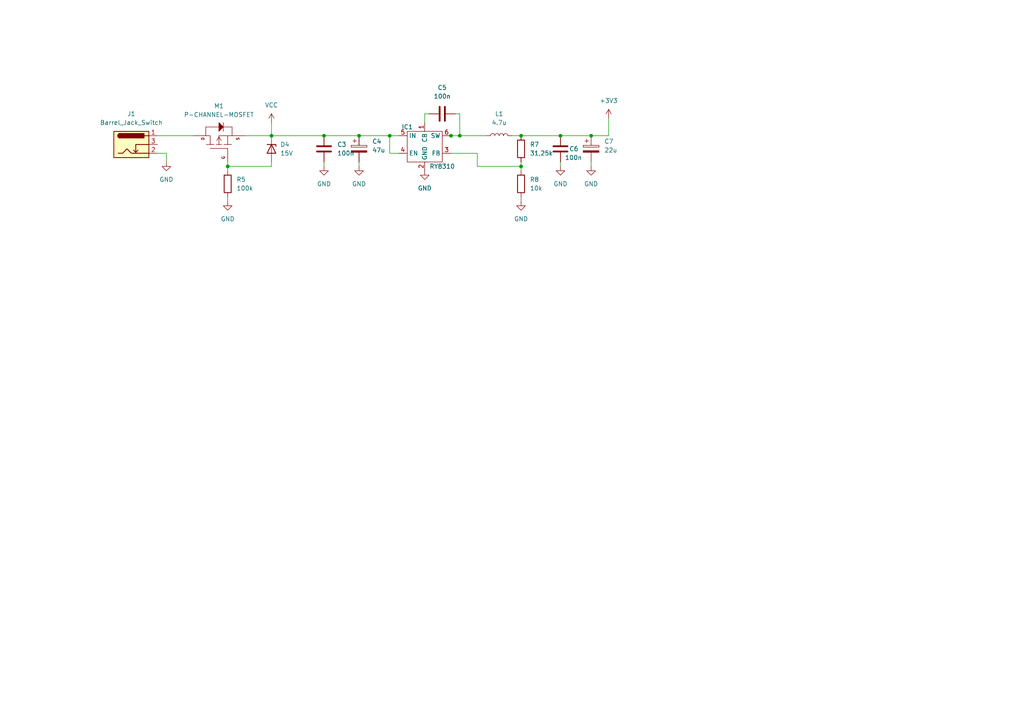
<source format=kicad_sch>
(kicad_sch (version 20231120) (generator "eeschema") (generator_version "8.0")
  (paper "A4")
  (lib_symbols
    (symbol "Connector:Barrel_Jack_Switch" (pin_names hide)
      (property "Reference" "J" (at 0 5.334 0))
      (property "Value" "Barrel_Jack_Switch" (at 0 -5.08 0))
      (symbol "Barrel_Jack_Switch_0_1"
        (rectangle (start -5.08 3.81) (end 5.08 -3.81) (stroke (width 0.254)) (fill (type background)))
        (arc (start -3.302 3.175) (mid -3.9342 2.54) (end -3.302 1.905) (stroke (width 0.254)))
        (arc (start -3.302 3.175) (mid -3.9342 2.54) (end -3.302 1.905) (stroke (width 0.254)) (fill (type outline)))
        (polyline (pts (xy 1.27 -2.286) (xy 1.905 -1.651)) (stroke (width 0.254)))
        (polyline (pts (xy 5.08 2.54) (xy 3.81 2.54)) (stroke (width 0.254)))
        (polyline (pts (xy 5.08 0) (xy 1.27 0) (xy 1.27 -2.286) (xy 0.635 -1.651)) (stroke (width 0.254)))
        (polyline (pts (xy -3.81 -2.54) (xy -2.54 -2.54) (xy -1.27 -1.27) (xy 0 -2.54) (xy 2.54 -2.54) (xy 5.08 -2.54)) (stroke (width 0.254)))
        (rectangle (start 3.683 3.175) (end -3.302 1.905) (stroke (width 0.254)) (fill (type outline)))
      )
      (symbol "Barrel_Jack_Switch_1_1"
        (pin passive line (at 7.62 2.54 180) (length 2.54) (name "~") (number "1"))
        (pin passive line (at 7.62 -2.54 180) (length 2.54) (name "~") (number "2"))
        (pin passive line (at 7.62 0 180) (length 2.54) (name "~") (number "3"))
      )
    )
    (symbol "Device:C" (pin_numbers hide) (pin_names (offset 0.254))
      (property "Reference" "C" (at 0.635 2.54 0))
      (property "Value" "C" (at 0.635 -2.54 0))
      (symbol "C_0_1"
        (polyline (pts (xy -2.032 -0.762) (xy 2.032 -0.762)) (stroke (width 0.508)))
        (polyline (pts (xy -2.032 0.762) (xy 2.032 0.762)) (stroke (width 0.508)))
      )
      (symbol "C_1_1"
        (pin passive line (at 0 3.81 270) (length 2.794) (name "~") (number "1"))
        (pin passive line (at 0 -3.81 90) (length 2.794) (name "~") (number "2"))
      )
    )
    (symbol "Device:C_Polarized" (pin_numbers hide) (pin_names (offset 0.254))
      (property "Reference" "C" (at 0.635 2.54 0))
      (property "Value" "C_Polarized" (at 0.635 -2.54 0))
      (symbol "C_Polarized_0_1"
        (rectangle (start -2.286 0.508) (end 2.286 1.016))
        (polyline (pts (xy -1.778 2.286) (xy -0.762 2.286)))
        (polyline (pts (xy -1.27 2.794) (xy -1.27 1.778)))
        (rectangle (start 2.286 -0.508) (end -2.286 -1.016) (fill (type outline)))
      )
      (symbol "C_Polarized_1_1"
        (pin passive line (at 0 3.81 270) (length 2.794) (name "~") (number "1"))
        (pin passive line (at 0 -3.81 90) (length 2.794) (name "~") (number "2"))
      )
    )
    (symbol "Device:D_Zener" (pin_numbers hide) (pin_names (offset 1.016) hide)
      (property "Reference" "D" (at 0 2.54 0))
      (property "Value" "D_Zener" (at 0 -2.54 0))
      (symbol "D_Zener_0_1"
        (polyline (pts (xy 1.27 0) (xy -1.27 0)))
        (polyline (pts (xy -1.27 -1.27) (xy -1.27 1.27) (xy -0.762 1.27)) (stroke (width 0.254)))
        (polyline (pts (xy 1.27 -1.27) (xy 1.27 1.27) (xy -1.27 0) (xy 1.27 -1.27)) (stroke (width 0.254)))
      )
      (symbol "D_Zener_1_1"
        (pin passive line (at -3.81 0 0) (length 2.54) (name "K") (number "1"))
        (pin passive line (at 3.81 0 180) (length 2.54) (name "A") (number "2"))
      )
    )
    (symbol "Device:L" (pin_numbers hide) (pin_names (offset 1.016) hide)
      (property "Reference" "L" (at -1.27 0 90))
      (property "Value" "L" (at 1.905 0 90))
      (symbol "L_0_1"
        (arc (start 0 -2.54) (mid 0.6323 -1.905) (end 0 -1.27))
        (arc (start 0 -1.27) (mid 0.6323 -0.635) (end 0 0))
        (arc (start 0 0) (mid 0.6323 0.635) (end 0 1.27))
        (arc (start 0 1.27) (mid 0.6323 1.905) (end 0 2.54))
      )
      (symbol "L_1_1"
        (pin passive line (at 0 3.81 270) (length 1.27) (name "1") (number "1"))
        (pin passive line (at 0 -3.81 90) (length 1.27) (name "2") (number "2"))
      )
    )
    (symbol "Device:R" (pin_numbers hide) (pin_names (offset 0))
      (property "Reference" "R" (at 2.032 0 90))
      (property "Value" "R" (at 0 0 90))
      (symbol "R_0_1"
        (rectangle (start -1.016 -2.54) (end 1.016 2.54) (stroke (width 0.254)))
      )
      (symbol "R_1_1"
        (pin passive line (at 0 3.81 270) (length 1.27) (name "~") (number "1"))
        (pin passive line (at 0 -3.81 90) (length 1.27) (name "~") (number "2"))
      )
    )
    (symbol "Techbeard:P-CHANNEL-MOSFET" (pin_numbers hide) (pin_names (offset 1.016) hide)
      (property "Reference" "M" (at -12.7 -2.54 0))
      (property "Value" "P-CHANNEL-MOSFET" (at -12.7 -5.08 0))
      (symbol "P-CHANNEL-MOSFET_0_0"
        (pin passive line (at -5.08 2.54 0) (length 2.54) (name "G") (number "4"))
        (pin passive line (at 2.54 -7.62 90) (length 2.54) (name "D") (number "5"))
      )
      (symbol "P-CHANNEL-MOSFET_1_0"
        (polyline (pts (xy -2.54 2.54) (xy -1.2192 2.54)))
        (polyline (pts (xy -1.143 2.54) (xy -1.143 -2.54)))
        (polyline (pts (xy 0 -2.54) (xy 0 -3.683)))
        (polyline (pts (xy 0 -2.54) (xy 2.54 -2.54)))
        (polyline (pts (xy 0 -1.397) (xy 0 -2.54)))
        (polyline (pts (xy 0 0) (xy 0 -0.762)))
        (polyline (pts (xy 0 0) (xy 2.159 0)))
        (polyline (pts (xy 0 0.762) (xy 0 0)))
        (polyline (pts (xy 0 2.54) (xy 0 1.397)))
        (polyline (pts (xy 0 2.54) (xy 2.54 2.54)))
        (polyline (pts (xy 0 3.683) (xy 0 2.54)))
        (polyline (pts (xy 1.143 -0.635) (xy 2.159 0)))
        (polyline (pts (xy 1.143 0.635) (xy 2.159 0)))
        (polyline (pts (xy 2.159 0) (xy 2.54 0)))
        (polyline (pts (xy 2.54 -3.81) (xy 2.54 -5.08)))
        (polyline (pts (xy 2.54 -2.54) (xy 2.54 -3.81)))
        (polyline (pts (xy 2.54 0) (xy 2.54 2.54)))
        (polyline (pts (xy 2.54 2.54) (xy 2.54 3.81)))
        (polyline (pts (xy 2.54 5.08) (xy 2.54 3.81)))
        (polyline (pts (xy 5.08 -3.81) (xy 2.54 -3.81)))
        (polyline (pts (xy 5.08 0) (xy 5.08 -3.81)))
        (polyline (pts (xy 5.08 1.27) (xy 3.81 1.27)))
        (polyline (pts (xy 5.08 1.27) (xy 5.08 3.81)))
        (polyline (pts (xy 5.08 1.27) (xy 6.35 1.27)))
        (polyline (pts (xy 5.08 3.81) (xy 2.54 3.81)))
        (text "D" (at 1.6764 -4.6736 0) (effects (font (size 0.8128 0.8128))))
        (text "G" (at -3.81 1.27 0) (effects (font (size 0.8128 0.8128))))
        (text "S" (at 1.6764 5.4864 0) (effects (font (size 0.8128 0.8128))))
      )
      (symbol "P-CHANNEL-MOSFET_1_1"
        (polyline (pts (xy 5.08 1.27) (xy 3.81 0) (xy 3.81 0) (xy 6.35 0) (xy 6.35 0) (xy 5.08 1.27)) (fill (type outline)))
        (pin passive line (at 2.54 7.62 270) (length 2.54) hide (name "S") (number "1"))
        (pin passive line (at 2.54 7.62 270) (length 2.54) (name "S") (number "2"))
        (pin passive line (at 2.54 7.62 270) (length 2.54) hide (name "S") (number "3"))
      )
    )
    (symbol "Techbeard:RY8310"
      (property "Reference" "IC" (at -5.08 6.35 0))
      (property "Value" "RY8310" (at 5.08 6.35 0))
      (symbol "RY8310_0_1"
        (rectangle (start -5.08 5.08) (end 5.08 -3.81))
      )
      (symbol "RY8310_1_1"
        (pin input line (at 0 7.62 270) (length 2.54) (name "CB") (number "1"))
        (pin input line (at 0 -6.35 90) (length 2.54) (name "GND") (number "2"))
        (pin input line (at 7.62 -1.27 180) (length 2.54) (name "FB") (number "3"))
        (pin input line (at -7.62 -1.27 0) (length 2.54) (name "EN") (number "4"))
        (pin input line (at -7.62 3.81 0) (length 2.54) (name "IN") (number "5"))
        (pin input line (at 7.62 3.81 180) (length 2.54) (name "SW") (number "6"))
      )
    )
    (symbol "power:+3V3" (power) (pin_names (offset 0))
      (property "Value" "+3V3" (at 0 3.556 0))
      (symbol "+3V3_0_1"
        (polyline (pts (xy -0.762 1.27) (xy 0 2.54)))
        (polyline (pts (xy 0 0) (xy 0 2.54)))
        (polyline (pts (xy 0 2.54) (xy 0.762 1.27)))
      )
      (symbol "+3V3_1_1"
        (pin power_in line (at 0 0 90) (length 0) hide (name "+3V3") (number "1"))
      )
    )
    (symbol "power:GND" (power) (pin_names (offset 0))
      (property "Value" "GND" (at 0 -3.81 0))
      (symbol "GND_0_1"
        (polyline (pts (xy 0 0) (xy 0 -1.27) (xy 1.27 -1.27) (xy 0 -2.54) (xy -1.27 -1.27) (xy 0 -1.27)))
      )
      (symbol "GND_1_1"
        (pin power_in line (at 0 0 270) (length 0) hide (name "GND") (number "1"))
      )
    )
    (symbol "power:VCC" (power) (pin_names (offset 0))
      (property "Value" "VCC" (at 0 3.81 0))
      (symbol "VCC_0_1"
        (polyline (pts (xy -0.762 1.27) (xy 0 2.54)))
        (polyline (pts (xy 0 0) (xy 0 2.54)))
        (polyline (pts (xy 0 2.54) (xy 0.762 1.27)))
      )
      (symbol "VCC_1_1"
        (pin power_in line (at 0 0 90) (length 0) hide (name "VCC") (number "1"))
      )
    )
  )
  (junction (at 113.03 39.37))
  (junction (at 151.13 48.26))
  (junction (at 93.98 39.37))
  (junction (at 133.35 39.37))
  (junction (at 151.13 39.37))
  (junction (at 130.81 39.37))
  (junction (at 171.45 39.37))
  (junction (at 162.56 39.37))
  (junction (at 104.14 39.37))
  (junction (at 78.74 39.37))
  (junction (at 66.04 48.26))
  (wire (pts (xy 132.08 33.02) (xy 133.35 33.02)))
  (wire (pts (xy 130.81 44.45) (xy 138.43 44.45)))
  (wire (pts (xy 171.45 46.99) (xy 171.45 48.26)))
  (wire (pts (xy 113.03 39.37) (xy 115.57 39.37)))
  (wire (pts (xy 93.98 39.37) (xy 104.14 39.37)))
  (wire (pts (xy 66.04 57.15) (xy 66.04 58.42)))
  (wire (pts (xy 93.98 46.99) (xy 93.98 48.26)))
  (wire (pts (xy 133.35 33.02) (xy 133.35 39.37)))
  (wire (pts (xy 104.14 39.37) (xy 113.03 39.37)))
  (wire (pts (xy 171.45 39.37) (xy 176.53 39.37)))
  (wire (pts (xy 162.56 39.37) (xy 171.45 39.37)))
  (wire (pts (xy 148.59 39.37) (xy 151.13 39.37)))
  (wire (pts (xy 45.72 39.37) (xy 55.88 39.37)))
  (wire (pts (xy 48.26 44.45) (xy 48.26 46.99)))
  (wire (pts (xy 129.54 39.37) (xy 130.81 39.37)))
  (wire (pts (xy 45.72 44.45) (xy 48.26 44.45)))
  (wire (pts (xy 78.74 48.26) (xy 66.04 48.26)))
  (wire (pts (xy 66.04 46.99) (xy 66.04 48.26)))
  (wire (pts (xy 115.57 44.45) (xy 113.03 44.45)))
  (wire (pts (xy 78.74 46.99) (xy 78.74 48.26)))
  (wire (pts (xy 78.74 39.37) (xy 93.98 39.37)))
  (wire (pts (xy 130.81 39.37) (xy 133.35 39.37)))
  (wire (pts (xy 151.13 57.15) (xy 151.13 58.42)))
  (wire (pts (xy 138.43 48.26) (xy 151.13 48.26)))
  (wire (pts (xy 176.53 34.29) (xy 176.53 39.37)))
  (wire (pts (xy 151.13 39.37) (xy 162.56 39.37)))
  (wire (pts (xy 151.13 48.26) (xy 151.13 49.53)))
  (wire (pts (xy 66.04 48.26) (xy 66.04 49.53)))
  (wire (pts (xy 123.19 33.02) (xy 123.19 35.56)))
  (wire (pts (xy 71.12 39.37) (xy 78.74 39.37)))
  (wire (pts (xy 151.13 46.99) (xy 151.13 48.26)))
  (wire (pts (xy 133.35 39.37) (xy 140.97 39.37)))
  (wire (pts (xy 78.74 35.56) (xy 78.74 39.37)))
  (wire (pts (xy 162.56 46.99) (xy 162.56 48.26)))
  (wire (pts (xy 104.14 46.99) (xy 104.14 48.26)))
  (wire (pts (xy 113.03 44.45) (xy 113.03 39.37)))
  (wire (pts (xy 123.19 33.02) (xy 124.46 33.02)))
  (wire (pts (xy 138.43 44.45) (xy 138.43 48.26)))
  (symbol (lib_id "power:GND") (at 123.19 49.53 0) (unit 1)
    (property "Reference" "#PWR021" (effects (hide yes)))
    (property "Value" "GND" (at 123.19 54.61 0))
  )
  (symbol (lib_id "Device:R") (at 151.13 43.18 180) (unit 1)
    (property "Reference" "R7" (at 153.67 41.9099 0) (effects (justify right)))
    (property "Value" "31,25k" (at 153.67 44.4499 0) (effects (justify right)))
    (property "Footprint" "Resistor_SMD:R_0402_1005Metric" (effects (hide yes)))
  )
  (symbol (lib_id "power:+3V3") (at 176.53 34.29 0) (unit 1)
    (property "Reference" "#PWR027" (effects (hide yes)))
    (property "Value" "+3V3" (at 176.53 29.21 0))
  )
  (symbol (lib_id "power:GND") (at 104.14 48.26 0) (unit 1)
    (property "Reference" "#PWR020" (effects (hide yes)))
    (property "Value" "GND" (at 104.14 53.34 0))
  )
  (symbol (lib_id "Device:R") (at 151.13 53.34 180) (unit 1)
    (property "Reference" "R8" (at 153.67 52.0699 0) (effects (justify right)))
    (property "Value" "10k" (at 153.67 54.6099 0) (effects (justify right)))
    (property "Footprint" "Resistor_SMD:R_0402_1005Metric" (effects (hide yes)))
  )
  (symbol (lib_id "Device:C_Polarized") (at 171.45 43.18 0) (unit 1)
    (property "Reference" "C7" (at 175.26 41.0209 0) (effects (justify left)))
    (property "Value" "22u" (at 175.26 43.5609 0) (effects (justify left)))
    (property "Footprint" "Capacitor_SMD:CP_Elec_5x5.4" (effects (hide yes)))
  )
  (symbol (lib_id "Techbeard:RY8310") (at 123.19 43.18 0) (unit 1)
    (property "Reference" "IC1" (at 118.11 36.83 0))
    (property "Value" "RY8310" (at 128.27 48.26 0))
    (property "Footprint" "Package_TO_SOT_SMD:SOT-23-6" (effects (hide yes)))
    (property "Datasheet" "https://datasheet.lcsc.com/lcsc/2202151030_RYCHIP-Semiconductor-Inc--RY8310_C370876.pdf" (effects (hide yes)))
  )
  (symbol (lib_id "Device:R") (at 66.04 53.34 0) (unit 1)
    (property "Reference" "R5" (at 68.58 52.0699 0) (effects (justify left)))
    (property "Value" "100k" (at 68.58 54.6099 0) (effects (justify left)))
    (property "Footprint" "Resistor_SMD:R_0402_1005Metric" (effects (hide yes)))
  )
  (symbol (lib_id "Device:C") (at 93.98 43.18 0) (unit 1)
    (property "Reference" "C3" (at 97.79 41.9099 0) (effects (justify left)))
    (property "Value" "100n" (at 97.79 44.4499 0) (effects (justify left)))
    (property "Footprint" "Capacitor_SMD:C_0402_1005Metric" (effects (hide yes)))
  )
  (symbol (lib_id "power:GND") (at 48.26 46.99 0) (unit 1)
    (property "Reference" "#PWR05" (effects (hide yes)))
    (property "Value" "GND" (at 48.26 52.07 0))
  )
  (symbol (lib_id "power:GND") (at 151.13 58.42 0) (unit 1)
    (property "Reference" "#PWR022" (effects (hide yes)))
    (property "Value" "GND" (at 151.13 63.5 0))
  )
  (symbol (lib_id "Techbeard:P-CHANNEL-MOSFET") (at 63.5 41.91 270) (mirror x) (unit 1)
    (property "Reference" "M1" (at 63.5 30.734 90))
    (property "Value" "P-CHANNEL-MOSFET" (at 63.5 33.274 90))
    (property "Footprint" "Package_SON:VSON-8_3.3x3.3mm_P0.65mm_NexFET" (effects (hide yes)))
  )
  (symbol (lib_id "power:VCC") (at 78.74 35.56 0) (unit 1)
    (property "Reference" "#PWR013" (effects (hide yes)))
    (property "Value" "VCC" (at 78.74 30.48 0))
  )
  (symbol (lib_id "power:GND") (at 162.56 48.26 0) (unit 1)
    (property "Reference" "#PWR024" (effects (hide yes)))
    (property "Value" "GND" (at 162.56 53.34 0))
  )
  (symbol (lib_id "Device:L") (at 144.78 39.37 90) (unit 1)
    (property "Reference" "L1" (at 144.78 33.02 90))
    (property "Value" "4.7u" (at 144.78 35.56 90))
    (property "Footprint" "LeoDJ-kicad:L_0630" (effects (hide yes)))
  )
  (symbol (lib_id "Device:D_Zener") (at 78.74 43.18 270) (unit 1)
    (property "Reference" "D4" (at 81.28 41.9099 90) (effects (justify left)))
    (property "Value" "15V" (at 81.28 44.4499 90) (effects (justify left)))
    (property "Footprint" "Diode_SMD:D_0402_1005Metric" (effects (hide yes)))
  )
  (symbol (lib_id "Device:C") (at 128.27 33.02 90) (unit 1)
    (property "Reference" "C5" (at 128.27 25.4 90))
    (property "Value" "100n" (at 128.27 27.94 90))
    (property "Footprint" "Capacitor_SMD:C_0402_1005Metric" (effects (hide yes)))
  )
  (symbol (lib_id "power:GND") (at 171.45 48.26 0) (unit 1)
    (property "Reference" "#PWR026" (effects (hide yes)))
    (property "Value" "GND" (at 171.45 53.34 0))
  )
  (symbol (lib_id "power:GND") (at 93.98 48.26 0) (unit 1)
    (property "Reference" "#PWR019" (effects (hide yes)))
    (property "Value" "GND" (at 93.98 53.34 0))
  )
  (symbol (lib_id "Device:C") (at 162.56 43.18 0) (unit 1)
    (property "Reference" "C6" (at 165.1 43.18 0) (effects (justify left)))
    (property "Value" "100n" (at 163.83 45.72 0) (effects (justify left)))
    (property "Footprint" "Capacitor_SMD:C_0402_1005Metric" (effects (hide yes)))
  )
  (symbol (lib_id "Connector:Barrel_Jack_Switch") (at 38.1 41.91 0) (unit 1)
    (property "Reference" "J1" (at 38.1 33.02 0))
    (property "Value" "Barrel_Jack_Switch" (at 38.1 35.56 0))
    (property "Footprint" "Techbeard:BarrelJack_10A" (effects (hide yes)))
  )
  (symbol (lib_id "power:GND") (at 66.04 58.42 0) (unit 1)
    (property "Reference" "#PWR010" (effects (hide yes)))
    (property "Value" "GND" (at 66.04 63.5 0))
  )
  (symbol (lib_id "Device:C_Polarized") (at 104.14 43.18 0) (unit 1)
    (property "Reference" "C4" (at 107.95 41.0209 0) (effects (justify left)))
    (property "Value" "47u" (at 107.95 43.5609 0) (effects (justify left)))
    (property "Footprint" "Capacitor_SMD:CP_Elec_5x5.4" (effects (hide yes)))
  )
)
</source>
